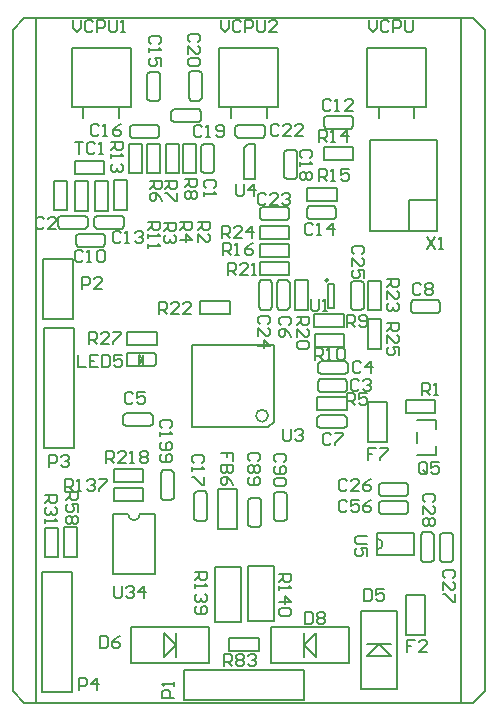
<source format=gto>
%FSLAX25Y25*%
%MOIN*%
G70*
G01*
G75*
%ADD10C,0.01200*%
%ADD11C,0.00800*%
%ADD12C,0.01500*%
%ADD13C,0.02000*%
%ADD14C,0.04000*%
%ADD15C,0.01000*%
%ADD16R,0.03347X0.02756*%
%ADD17R,0.02756X0.03347*%
%ADD18O,0.05500X0.02500*%
%ADD19R,0.05500X0.02500*%
%ADD20R,0.07874X0.07874*%
%ADD21R,0.07087X0.03937*%
%ADD22R,0.05118X0.03937*%
%ADD23R,0.07874X0.07874*%
%ADD24O,0.01969X0.03543*%
%ADD25O,0.01969X0.03543*%
%ADD26R,0.01969X0.03543*%
%ADD27O,0.04724X0.00984*%
%ADD28R,0.04724X0.01772*%
%ADD29O,0.04724X0.01772*%
%ADD30O,0.00984X0.04724*%
%ADD31O,0.01772X0.04724*%
%ADD32R,0.03937X0.02362*%
%ADD33R,0.04724X0.02362*%
%ADD34R,0.06299X0.07087*%
%ADD35R,0.03347X0.01575*%
%ADD36C,0.03000*%
%ADD37C,0.00500*%
%ADD38R,0.05906X0.05906*%
%ADD39C,0.05906*%
%ADD40R,0.05906X0.05906*%
%ADD41R,0.19685X0.23622*%
%ADD42C,0.02000*%
%ADD43C,0.03000*%
%ADD44C,0.00787*%
D37*
X136219Y-204900D02*
G03*
X140219Y-204900I2000J0D01*
G01*
X219338Y-216666D02*
G03*
X219338Y-213123I0J1772D01*
G01*
X182900Y-172100D02*
G03*
X182900Y-172100I-2000J0D01*
G01*
X164965Y-90481D02*
Y-82213D01*
X161422Y-81426D02*
X164178D01*
X161422Y-91268D02*
X164178D01*
X160635Y-90481D02*
Y-82213D01*
Y-90481D02*
X161422Y-91268D01*
X164178D02*
X164965Y-90481D01*
X164178Y-81426D02*
X164965Y-82213D01*
X160635D02*
X161422Y-81426D01*
X180688Y-208481D02*
Y-200213D01*
X177145Y-199426D02*
X179901D01*
X177145Y-209268D02*
X179901D01*
X176357Y-208481D02*
Y-200213D01*
Y-208481D02*
X177145Y-209268D01*
X179901D02*
X180688Y-208481D01*
X179901Y-199426D02*
X180688Y-200213D01*
X176357D02*
X177145Y-199426D01*
X158335Y-206387D02*
Y-198119D01*
X159122Y-207174D02*
X161878D01*
X159122Y-197332D02*
X161878D01*
X162665Y-206387D02*
Y-198119D01*
X161878Y-197332D02*
X162665Y-198119D01*
X158335D02*
X159122Y-197332D01*
X158335Y-206387D02*
X159122Y-207174D01*
X161878D02*
X162665Y-206387D01*
X135831Y-155565D02*
Y-151235D01*
Y-155565D02*
X144887D01*
X145674Y-154778D02*
Y-152022D01*
X135831Y-151235D02*
X144887D01*
X144887Y-155565D02*
X145674Y-154778D01*
X141245Y-154778D02*
Y-152022D01*
X139867Y-154778D02*
Y-152022D01*
X141245Y-153400D01*
X139867Y-154778D02*
X141245Y-153400D01*
X139867D02*
X141245D01*
X144887Y-151235D02*
X145674Y-152022D01*
X145774Y-148565D02*
Y-144235D01*
X135932Y-148565D02*
Y-144235D01*
Y-148565D02*
X145774D01*
X135932Y-144235D02*
X145774D01*
X228758Y-171265D02*
X238600D01*
X228758Y-166935D02*
X238600D01*
Y-171265D02*
Y-166935D01*
X228758Y-171265D02*
Y-166935D01*
X140219Y-204900D02*
X145219D01*
X131219D02*
X136219D01*
X131219Y-224900D02*
X145219D01*
Y-204900D01*
X131219Y-224900D02*
Y-204900D01*
X131431Y-196335D02*
X141274D01*
X131431Y-200665D02*
X141274D01*
X131431D02*
Y-196335D01*
X141274Y-200665D02*
Y-196335D01*
X148205Y-252437D02*
X152143Y-248500D01*
X148205Y-244563D02*
X152143Y-248500D01*
Y-252437D02*
Y-244563D01*
X148205Y-252437D02*
Y-244563D01*
X137182Y-242595D02*
X163166D01*
Y-254405D02*
Y-242595D01*
X137182Y-254405D02*
X163166D01*
X137182D02*
Y-242595D01*
X131532Y-189935D02*
X141374D01*
X131532Y-194265D02*
X141374D01*
X131532D02*
Y-189935D01*
X141374Y-194265D02*
Y-189935D01*
X165269Y-240856D02*
Y-222549D01*
X173931Y-240856D02*
Y-222549D01*
X165269D02*
X173931D01*
X165269Y-240856D02*
X173931D01*
X147135Y-199387D02*
Y-191119D01*
X147922Y-200174D02*
X150678D01*
X147922Y-190331D02*
X150678D01*
X151465Y-199387D02*
Y-191119D01*
X150678Y-190331D02*
X151465Y-191119D01*
X147135D02*
X147922Y-190331D01*
X147135Y-199387D02*
X147922Y-200174D01*
X150678D02*
X151465Y-199387D01*
X114835Y-219069D02*
Y-209226D01*
X119165Y-219069D02*
Y-209226D01*
X114835Y-219069D02*
X119165D01*
X114835Y-209226D02*
X119165D01*
X176169Y-240656D02*
Y-222349D01*
X184831Y-240656D02*
Y-222349D01*
X176169D02*
X184831D01*
X176169Y-240656D02*
X184831D01*
X194957Y-248500D02*
X198895Y-244563D01*
X194957Y-248500D02*
X198895Y-252437D01*
X194957D02*
Y-244563D01*
X198895Y-252437D02*
Y-244563D01*
X183934Y-254405D02*
X209918D01*
X183934D02*
Y-242595D01*
X209918D01*
Y-254405D02*
Y-242595D01*
X108535Y-219268D02*
Y-209426D01*
X112865Y-219268D02*
Y-209426D01*
X108535Y-219268D02*
X112865D01*
X108535Y-209426D02*
X112865D01*
X172650Y-209856D02*
Y-196470D01*
X166350Y-209856D02*
Y-196470D01*
X172650Y-197454D02*
X172650D01*
X166350Y-209856D02*
X172650D01*
X166350Y-196470D02*
X172650D01*
X169926Y-250665D02*
X179769D01*
X169926Y-246335D02*
X179769D01*
Y-250665D02*
Y-246335D01*
X169926Y-250665D02*
Y-246335D01*
X189165Y-206581D02*
Y-198313D01*
X185622Y-197526D02*
X188378D01*
X185622Y-207368D02*
X188378D01*
X184835Y-206581D02*
Y-198313D01*
Y-206581D02*
X185622Y-207368D01*
X188378D02*
X189165Y-206581D01*
X188378Y-197526D02*
X189165Y-198313D01*
X184835D02*
X185622Y-197526D01*
X219900Y-248158D02*
X223837Y-252095D01*
X215963D02*
X219900Y-248158D01*
X215963D02*
X223837D01*
X215963Y-252095D02*
X223837D01*
X213995Y-263118D02*
Y-237134D01*
X225805D01*
Y-263118D02*
Y-237134D01*
X213995Y-263118D02*
X225805D01*
X219338Y-211351D02*
X231542D01*
Y-218438D02*
Y-211351D01*
X219338Y-218438D02*
Y-211351D01*
Y-218438D02*
X231542D01*
X229050Y-231870D02*
X235350D01*
X229050Y-245256D02*
X235350D01*
X235350Y-232854D02*
X235350D01*
X229050Y-245256D02*
Y-231870D01*
X235350Y-245256D02*
Y-231870D01*
X220519Y-204865D02*
X228787D01*
X229574Y-204078D02*
Y-201322D01*
X219731Y-204078D02*
Y-201322D01*
X220519Y-200535D02*
X228787D01*
X219731Y-201322D02*
X220519Y-200535D01*
X219731Y-204078D02*
X220519Y-204865D01*
X228787D02*
X229574Y-204078D01*
X228787Y-200535D02*
X229574Y-201322D01*
X220613Y-194535D02*
X228881D01*
X219826Y-198078D02*
Y-195322D01*
X229668Y-198078D02*
Y-195322D01*
X220613Y-198865D02*
X228881D01*
X229668Y-198078D01*
X228881Y-194535D02*
X229668Y-195322D01*
X219826D02*
X220613Y-194535D01*
X219826Y-198078D02*
X220613Y-198865D01*
X238065Y-220081D02*
Y-211813D01*
X234522Y-211026D02*
X237278D01*
X234522Y-220868D02*
X237278D01*
X233735Y-220081D02*
Y-211813D01*
Y-220081D02*
X234522Y-220868D01*
X237278D02*
X238065Y-220081D01*
X237278Y-211026D02*
X238065Y-211813D01*
X233735D02*
X234522Y-211026D01*
X240235Y-220187D02*
Y-211919D01*
X241022Y-220974D02*
X243778D01*
X241022Y-211132D02*
X243778D01*
X244565Y-220187D02*
Y-211919D01*
X243778Y-211132D02*
X244565Y-211919D01*
X240235D02*
X241022Y-211132D01*
X240235Y-220187D02*
X241022Y-220974D01*
X243778D02*
X244565Y-220187D01*
X151513Y-70035D02*
X159781D01*
X150726Y-73578D02*
Y-70822D01*
X160568Y-73578D02*
Y-70822D01*
X151513Y-74365D02*
X159781D01*
X160568Y-73578D01*
X159781Y-70035D02*
X160568Y-70822D01*
X150726D02*
X151513Y-70035D01*
X150726Y-73578D02*
X151513Y-74365D01*
X202213Y-72135D02*
X210481D01*
X201426Y-75678D02*
Y-72922D01*
X211268Y-75678D02*
Y-72922D01*
X202213Y-76465D02*
X210481D01*
X211268Y-75678D01*
X210481Y-72135D02*
X211268Y-72922D01*
X201426D02*
X202213Y-72135D01*
X201426Y-75678D02*
X202213Y-76465D01*
X136435Y-91369D02*
Y-81526D01*
X140765Y-91369D02*
Y-81526D01*
X136435Y-91369D02*
X140765D01*
X136435Y-81526D02*
X140765D01*
X119619Y-115765D02*
X127887D01*
X128674Y-114978D02*
Y-112222D01*
X118832Y-114978D02*
Y-112222D01*
X119619Y-111435D02*
X127887D01*
X118832Y-112222D02*
X119619Y-111435D01*
X118832Y-114978D02*
X119619Y-115765D01*
X127887D02*
X128674Y-114978D01*
X127887Y-111435D02*
X128674Y-112222D01*
X125819Y-109765D02*
X134087D01*
X134874Y-108978D02*
Y-106222D01*
X125031Y-108978D02*
Y-106222D01*
X125819Y-105435D02*
X134087D01*
X125031Y-106222D02*
X125819Y-105435D01*
X125031Y-108978D02*
X125819Y-109765D01*
X134087D02*
X134874Y-108978D01*
X134087Y-105435D02*
X134874Y-106222D01*
X157404Y-176021D02*
X182994D01*
X182994D02*
X184963Y-174053D01*
X184963Y-174053D02*
Y-148462D01*
X157404D02*
X184963D01*
X157404Y-176021D02*
Y-148462D01*
X160226Y-138265D02*
X170069D01*
X160226Y-133935D02*
X170069D01*
Y-138265D02*
Y-133935D01*
X160226Y-138265D02*
Y-133935D01*
X199326Y-170265D02*
X209169D01*
X199326Y-165935D02*
X209169D01*
Y-170265D02*
Y-165935D01*
X199326Y-170265D02*
Y-165935D01*
X200213Y-160035D02*
X208481D01*
X199426Y-163578D02*
Y-160822D01*
X209268Y-163578D02*
Y-160822D01*
X200213Y-164365D02*
X208481D01*
X209268Y-163578D01*
X208481Y-160035D02*
X209268Y-160822D01*
X199426D02*
X200213Y-160035D01*
X199426Y-163578D02*
X200213Y-164365D01*
X192665Y-92481D02*
Y-84213D01*
X189122Y-83426D02*
X191878D01*
X189122Y-93269D02*
X191878D01*
X188335Y-92481D02*
Y-84213D01*
Y-92481D02*
X189122Y-93269D01*
X191878D02*
X192665Y-92481D01*
X191878Y-83426D02*
X192665Y-84213D01*
X188335D02*
X189122Y-83426D01*
X135419Y-175665D02*
X143687D01*
X144474Y-174878D02*
Y-172122D01*
X134632Y-174878D02*
Y-172122D01*
X135419Y-171335D02*
X143687D01*
X134632Y-172122D02*
X135419Y-171335D01*
X134632Y-174878D02*
X135419Y-175665D01*
X143687D02*
X144474Y-174878D01*
X143687Y-171335D02*
X144474Y-172122D01*
X200413Y-154035D02*
X208681D01*
X199626Y-157578D02*
Y-154822D01*
X209469Y-157578D02*
Y-154822D01*
X200413Y-158365D02*
X208681D01*
X209469Y-157578D01*
X208681Y-154035D02*
X209469Y-154822D01*
X199626D02*
X200413Y-154035D01*
X199626Y-157578D02*
X200413Y-158365D01*
X200113Y-171935D02*
X208381D01*
X199326Y-175478D02*
Y-172722D01*
X209169Y-175478D02*
Y-172722D01*
X200113Y-176265D02*
X208381D01*
X209169Y-175478D01*
X208381Y-171935D02*
X209169Y-172722D01*
X199326D02*
X200113Y-171935D01*
X199326Y-175478D02*
X200113Y-176265D01*
X238968Y-185242D02*
Y-182290D01*
Y-176384D02*
Y-173432D01*
X232668Y-181109D02*
Y-177565D01*
Y-185242D02*
X238968D01*
X232668Y-173432D02*
X238968D01*
X235558Y-69081D02*
Y-49396D01*
X231621Y-73018D02*
Y-69081D01*
X219810Y-73018D02*
Y-69081D01*
X215873D02*
Y-49396D01*
X186346Y-69081D02*
Y-49396D01*
X182409Y-73018D02*
Y-69081D01*
X170598Y-73018D02*
Y-69081D01*
X166661D02*
Y-49396D01*
X117448D02*
X137133D01*
X166661D02*
X186346D01*
X215873D02*
X235558D01*
X137133Y-69081D02*
Y-49396D01*
X133196Y-73018D02*
Y-69081D01*
X215873D02*
X235558D01*
X166661D02*
X186346D01*
X121385Y-73018D02*
Y-69081D01*
X117448D02*
Y-49396D01*
Y-69081D02*
X137133D01*
X247369Y-267900D02*
Y-39553D01*
X105637Y-267900D02*
Y-39553D01*
X195826Y-105878D02*
X196613Y-106665D01*
X195826Y-103122D02*
X196613Y-102335D01*
X204881D02*
X205668Y-103122D01*
X204881Y-106665D02*
X205668Y-105878D01*
X196613Y-106665D02*
X204881D01*
X205668Y-105878D02*
Y-103122D01*
X195826Y-105878D02*
Y-103122D01*
X196613Y-102335D02*
X204881D01*
X142635Y-58213D02*
X143422Y-57426D01*
X146178D02*
X146965Y-58213D01*
X146178Y-67269D02*
X146965Y-66481D01*
X142635D02*
X143422Y-67269D01*
X142635Y-66481D02*
Y-58213D01*
X143422Y-67269D02*
X146178D01*
X143422Y-57426D02*
X146178D01*
X146965Y-66481D02*
Y-58213D01*
X198426Y-149065D02*
X208268D01*
X198426Y-144735D02*
X208268D01*
Y-149065D02*
Y-144735D01*
X198426Y-149065D02*
Y-144735D01*
X216250Y-180830D02*
Y-167444D01*
X222550Y-180830D02*
Y-167444D01*
X216250Y-179846D02*
X216250D01*
X216250Y-167444D02*
X222550D01*
X216250Y-180830D02*
X222550D01*
X136826Y-78778D02*
X137613Y-79565D01*
X136826Y-76022D02*
X137613Y-75235D01*
X145881D02*
X146669Y-76022D01*
X145881Y-79565D02*
X146669Y-78778D01*
X137613Y-79565D02*
X145881D01*
X146669Y-78778D02*
Y-76022D01*
X136826Y-78778D02*
Y-76022D01*
X137613Y-75235D02*
X145881D01*
X112926Y-108978D02*
X113713Y-109765D01*
X112926Y-106222D02*
X113713Y-105435D01*
X121981D02*
X122768Y-106222D01*
X121981Y-109765D02*
X122768Y-108978D01*
X113713Y-109765D02*
X121981D01*
X122768Y-108978D02*
Y-106222D01*
X112926Y-108978D02*
Y-106222D01*
X113713Y-105435D02*
X121981D01*
X189378Y-136774D02*
X190165Y-135987D01*
X185835D02*
X186622Y-136774D01*
X185835Y-127719D02*
X186622Y-126932D01*
X189378D02*
X190165Y-127719D01*
Y-135987D02*
Y-127719D01*
X186622Y-126932D02*
X189378D01*
X186622Y-136774D02*
X189378D01*
X185835Y-135987D02*
Y-127719D01*
X239487Y-133635D02*
X240274Y-134422D01*
X239487Y-137965D02*
X240274Y-137178D01*
X230432D02*
X231219Y-137965D01*
X230432Y-134422D02*
X231219Y-133635D01*
X239487D01*
X230432Y-137178D02*
Y-134422D01*
X240274Y-137178D02*
Y-134422D01*
X231219Y-137965D02*
X239487D01*
X159978Y-67074D02*
X160765Y-66287D01*
X156435D02*
X157222Y-67074D01*
X156435Y-58019D02*
X157222Y-57231D01*
X159978D02*
X160765Y-58019D01*
Y-66287D02*
Y-58019D01*
X157222Y-57231D02*
X159978D01*
X157222Y-67074D02*
X159978D01*
X156435Y-66287D02*
Y-58019D01*
X181087Y-75135D02*
X181874Y-75922D01*
X181087Y-79465D02*
X181874Y-78678D01*
X172031D02*
X172819Y-79465D01*
X172031Y-75922D02*
X172819Y-75135D01*
X181087D01*
X172031Y-78678D02*
Y-75922D01*
X181874Y-78678D02*
Y-75922D01*
X172819Y-79465D02*
X181087D01*
X180126Y-106078D02*
X180913Y-106865D01*
X180126Y-103322D02*
X180913Y-102535D01*
X189181D02*
X189969Y-103322D01*
X189181Y-106865D02*
X189969Y-106078D01*
X180913Y-106865D02*
X189181D01*
X189969Y-106078D02*
Y-103322D01*
X180126Y-106078D02*
Y-103322D01*
X180913Y-102535D02*
X189181D01*
X179935Y-127713D02*
X180722Y-126926D01*
X183478D02*
X184265Y-127713D01*
X183478Y-136768D02*
X184265Y-135981D01*
X179935D02*
X180722Y-136768D01*
X179935Y-135981D02*
Y-127713D01*
X180722Y-136768D02*
X183478D01*
X180722Y-126926D02*
X183478D01*
X184265Y-135981D02*
Y-127713D01*
X210435Y-127913D02*
X211222Y-127126D01*
X213978D02*
X214765Y-127913D01*
X213978Y-136969D02*
X214765Y-136181D01*
X210435D02*
X211222Y-136969D01*
X210435Y-136181D02*
Y-127913D01*
X211222Y-136969D02*
X213978D01*
X211222Y-127126D02*
X213978D01*
X214765Y-136181D02*
Y-127913D01*
X115965Y-103674D02*
Y-93831D01*
X111635Y-103674D02*
Y-93831D01*
X115965D01*
X111635Y-103674D02*
X115965D01*
X201426Y-86865D02*
X211268D01*
X201426Y-82535D02*
X211268D01*
Y-86865D02*
Y-82535D01*
X201426Y-86865D02*
Y-82535D01*
X195926Y-100565D02*
X205768D01*
X195926Y-96235D02*
X205768D01*
Y-100565D02*
Y-96235D01*
X195926Y-100565D02*
Y-96235D01*
X180126Y-119265D02*
X189969D01*
X180126Y-114935D02*
X189969D01*
Y-119265D02*
Y-114935D01*
X180126Y-119265D02*
Y-114935D01*
X135865Y-103374D02*
Y-93532D01*
X131535Y-103374D02*
Y-93532D01*
X135865D01*
X131535Y-103374D02*
X135865D01*
X125135Y-103769D02*
Y-93926D01*
X129465Y-103769D02*
Y-93926D01*
X125135Y-103769D02*
X129465D01*
X125135Y-93926D02*
X129465D01*
X118532Y-87335D02*
X128374D01*
X118532Y-91665D02*
X128374D01*
X118532D02*
Y-87335D01*
X128374Y-91665D02*
Y-87335D01*
X118435Y-103868D02*
Y-94026D01*
X122765Y-103868D02*
Y-94026D01*
X118435Y-103868D02*
X122765D01*
X118435Y-94026D02*
X122765D01*
X216335Y-149768D02*
Y-139926D01*
X220665Y-149768D02*
Y-139926D01*
X216335Y-149768D02*
X220665D01*
X216335Y-139926D02*
X220665D01*
X180126Y-113065D02*
X189969D01*
X180126Y-108735D02*
X189969D01*
Y-113065D02*
Y-108735D01*
X180126Y-113065D02*
Y-108735D01*
X216335Y-136969D02*
Y-127126D01*
X220665Y-136969D02*
Y-127126D01*
X216335Y-136969D02*
X220665D01*
X216335Y-127126D02*
X220665D01*
X180126Y-125165D02*
X189969D01*
X180126Y-120835D02*
X189969D01*
Y-125165D02*
Y-120835D01*
X180126Y-125165D02*
Y-120835D01*
X191735Y-136768D02*
Y-126926D01*
X196065Y-136768D02*
Y-126926D01*
X191735Y-136768D02*
X196065D01*
X191735Y-126926D02*
X196065D01*
X198326Y-142665D02*
X208169D01*
X198326Y-138335D02*
X208169D01*
Y-142665D02*
Y-138335D01*
X198326Y-142665D02*
Y-138335D01*
X142535Y-91369D02*
Y-81526D01*
X146865Y-91369D02*
Y-81526D01*
X142535Y-91369D02*
X146865D01*
X142535Y-81526D02*
X146865D01*
X148735Y-91268D02*
Y-81426D01*
X153065Y-91268D02*
Y-81426D01*
X148735Y-91268D02*
X153065D01*
X148735Y-81426D02*
X153065D01*
X154635Y-91369D02*
Y-81526D01*
X158965Y-91369D02*
Y-81526D01*
X154635Y-91369D02*
X158965D01*
X154635Y-81526D02*
X158965D01*
X176200Y-81500D02*
X178700D01*
X174800Y-82900D02*
X176200Y-81500D01*
X174800Y-93311D02*
Y-82900D01*
Y-93311D02*
X178700D01*
Y-81500D01*
X216800Y-110600D02*
Y-80300D01*
Y-110600D02*
X239200D01*
X216800Y-80300D02*
X239200D01*
Y-110600D02*
Y-80300D01*
X229900Y-110600D02*
Y-100200D01*
X239000D01*
X199900Y-93800D02*
Y-89801D01*
X201899D01*
X202566Y-90468D01*
Y-91801D01*
X201899Y-92467D01*
X199900D01*
X201233D02*
X202566Y-93800D01*
X203899D02*
X205232D01*
X204565D01*
Y-89801D01*
X203899Y-90468D01*
X209897Y-89801D02*
X207231D01*
Y-91801D01*
X208564Y-91134D01*
X209230D01*
X209897Y-91801D01*
Y-93134D01*
X209230Y-93800D01*
X207897D01*
X207231Y-93134D01*
X167900Y-118700D02*
Y-114701D01*
X169899D01*
X170566Y-115368D01*
Y-116701D01*
X169899Y-117367D01*
X167900D01*
X169233D02*
X170566Y-118700D01*
X171899D02*
X173232D01*
X172565D01*
Y-114701D01*
X171899Y-115368D01*
X177897Y-114701D02*
X176564Y-115368D01*
X175231Y-116701D01*
Y-118034D01*
X175897Y-118700D01*
X177230D01*
X177897Y-118034D01*
Y-117367D01*
X177230Y-116701D01*
X175231D01*
X164832Y-96166D02*
X165499Y-95499D01*
Y-94166D01*
X164832Y-93500D01*
X162167D01*
X161500Y-94166D01*
Y-95499D01*
X162167Y-96166D01*
X161500Y-97499D02*
Y-98832D01*
Y-98165D01*
X165499D01*
X164832Y-97499D01*
X121000Y-129800D02*
Y-125801D01*
X122999D01*
X123666Y-126468D01*
Y-127801D01*
X122999Y-128467D01*
X121000D01*
X127664Y-129800D02*
X124999D01*
X127664Y-127134D01*
Y-126468D01*
X126998Y-125801D01*
X125665D01*
X124999Y-126468D01*
X123100Y-148200D02*
Y-144201D01*
X125099D01*
X125766Y-144868D01*
Y-146201D01*
X125099Y-146867D01*
X123100D01*
X124433D02*
X125766Y-148200D01*
X129764D02*
X127099D01*
X129764Y-145534D01*
Y-144868D01*
X129098Y-144201D01*
X127765D01*
X127099Y-144868D01*
X131097Y-144201D02*
X133763D01*
Y-144868D01*
X131097Y-147534D01*
Y-148200D01*
X119500Y-152001D02*
Y-156000D01*
X122166D01*
X126164Y-152001D02*
X123499D01*
Y-156000D01*
X126164D01*
X123499Y-154001D02*
X124832D01*
X127497Y-152001D02*
Y-156000D01*
X129497D01*
X130163Y-155333D01*
Y-152668D01*
X129497Y-152001D01*
X127497D01*
X134162D02*
X131496D01*
Y-154001D01*
X132829Y-153334D01*
X133495D01*
X134162Y-154001D01*
Y-155333D01*
X133495Y-156000D01*
X132163D01*
X131496Y-155333D01*
X131700Y-228801D02*
Y-232134D01*
X132367Y-232800D01*
X133699D01*
X134366Y-232134D01*
Y-228801D01*
X135699Y-229468D02*
X136365Y-228801D01*
X137698D01*
X138365Y-229468D01*
Y-230134D01*
X137698Y-230801D01*
X137032D01*
X137698D01*
X138365Y-231467D01*
Y-232134D01*
X137698Y-232800D01*
X136365D01*
X135699Y-232134D01*
X141697Y-232800D02*
Y-228801D01*
X139697Y-230801D01*
X142363D01*
X159600Y-107700D02*
X163599D01*
Y-109699D01*
X162932Y-110366D01*
X161599D01*
X160933Y-109699D01*
Y-107700D01*
Y-109033D02*
X159600Y-110366D01*
Y-114365D02*
Y-111699D01*
X162266Y-114365D01*
X162932D01*
X163599Y-113698D01*
Y-112365D01*
X162932Y-111699D01*
X215999Y-212300D02*
X212666D01*
X212000Y-212966D01*
Y-214299D01*
X212666Y-214966D01*
X215999D01*
Y-218965D02*
Y-216299D01*
X213999D01*
X214666Y-217632D01*
Y-218298D01*
X213999Y-218965D01*
X212666D01*
X212000Y-218298D01*
Y-216965D01*
X212666Y-216299D01*
X188000Y-176701D02*
Y-180034D01*
X188666Y-180700D01*
X189999D01*
X190666Y-180034D01*
Y-176701D01*
X191999Y-177368D02*
X192665Y-176701D01*
X193998D01*
X194665Y-177368D01*
Y-178034D01*
X193998Y-178701D01*
X193332D01*
X193998D01*
X194665Y-179367D01*
Y-180034D01*
X193998Y-180700D01*
X192665D01*
X191999Y-180034D01*
X199900Y-80900D02*
Y-76901D01*
X201899D01*
X202566Y-77568D01*
Y-78901D01*
X201899Y-79567D01*
X199900D01*
X201233D02*
X202566Y-80900D01*
X203899D02*
X205232D01*
X204565D01*
Y-76901D01*
X203899Y-77568D01*
X209230Y-80900D02*
Y-76901D01*
X207231Y-78901D01*
X209897D01*
X128800Y-187800D02*
Y-183801D01*
X130799D01*
X131466Y-184468D01*
Y-185801D01*
X130799Y-186467D01*
X128800D01*
X130133D02*
X131466Y-187800D01*
X135465D02*
X132799D01*
X135465Y-185134D01*
Y-184468D01*
X134798Y-183801D01*
X133465D01*
X132799Y-184468D01*
X136797Y-187800D02*
X138130D01*
X137464D01*
Y-183801D01*
X136797Y-184468D01*
X140130D02*
X140796Y-183801D01*
X142129D01*
X142796Y-184468D01*
Y-185134D01*
X142129Y-185801D01*
X142796Y-186467D01*
Y-187134D01*
X142129Y-187800D01*
X140796D01*
X140130Y-187134D01*
Y-186467D01*
X140796Y-185801D01*
X140130Y-185134D01*
Y-184468D01*
X140796Y-185801D02*
X142129D01*
X186500Y-224900D02*
X190499D01*
Y-226899D01*
X189832Y-227566D01*
X188499D01*
X187833Y-226899D01*
Y-224900D01*
Y-226233D02*
X186500Y-227566D01*
Y-228899D02*
Y-230232D01*
Y-229565D01*
X190499D01*
X189832Y-228899D01*
X186500Y-234230D02*
X190499D01*
X188499Y-232231D01*
Y-234897D01*
X189832Y-236230D02*
X190499Y-236896D01*
Y-238229D01*
X189832Y-238896D01*
X187167D01*
X186500Y-238229D01*
Y-236896D01*
X187167Y-236230D01*
X189832D01*
X158400Y-224100D02*
X162399D01*
Y-226099D01*
X161732Y-226766D01*
X160399D01*
X159733Y-226099D01*
Y-224100D01*
Y-225433D02*
X158400Y-226766D01*
Y-228099D02*
Y-229432D01*
Y-228765D01*
X162399D01*
X161732Y-228099D01*
Y-231431D02*
X162399Y-232097D01*
Y-233430D01*
X161732Y-234097D01*
X161066D01*
X160399Y-233430D01*
Y-232764D01*
Y-233430D01*
X159733Y-234097D01*
X159066D01*
X158400Y-233430D01*
Y-232097D01*
X159066Y-231431D01*
Y-235430D02*
X158400Y-236096D01*
Y-237429D01*
X159066Y-238095D01*
X161732D01*
X162399Y-237429D01*
Y-236096D01*
X161732Y-235430D01*
X161066D01*
X160399Y-236096D01*
Y-238095D01*
X115200Y-197100D02*
Y-193101D01*
X117199D01*
X117866Y-193768D01*
Y-195101D01*
X117199Y-195767D01*
X115200D01*
X116533D02*
X117866Y-197100D01*
X119199D02*
X120532D01*
X119865D01*
Y-193101D01*
X119199Y-193768D01*
X122531D02*
X123197Y-193101D01*
X124530D01*
X125197Y-193768D01*
Y-194434D01*
X124530Y-195101D01*
X123864D01*
X124530D01*
X125197Y-195767D01*
Y-196433D01*
X124530Y-197100D01*
X123197D01*
X122531Y-196433D01*
X126530Y-193101D02*
X129195D01*
Y-193768D01*
X126530Y-196433D01*
Y-197100D01*
X168300Y-255600D02*
Y-251601D01*
X170299D01*
X170966Y-252268D01*
Y-253601D01*
X170299Y-254267D01*
X168300D01*
X169633D02*
X170966Y-255600D01*
X172299Y-252268D02*
X172965Y-251601D01*
X174298D01*
X174964Y-252268D01*
Y-252934D01*
X174298Y-253601D01*
X174964Y-254267D01*
Y-254934D01*
X174298Y-255600D01*
X172965D01*
X172299Y-254934D01*
Y-254267D01*
X172965Y-253601D01*
X172299Y-252934D01*
Y-252268D01*
X172965Y-253601D02*
X174298D01*
X176297Y-252268D02*
X176964Y-251601D01*
X178297D01*
X178963Y-252268D01*
Y-252934D01*
X178297Y-253601D01*
X177630D01*
X178297D01*
X178963Y-254267D01*
Y-254934D01*
X178297Y-255600D01*
X176964D01*
X176297Y-254934D01*
X115700Y-197600D02*
X119699D01*
Y-199599D01*
X119032Y-200266D01*
X117699D01*
X117033Y-199599D01*
Y-197600D01*
Y-198933D02*
X115700Y-200266D01*
X119699Y-204264D02*
Y-201599D01*
X117699D01*
X118366Y-202932D01*
Y-203598D01*
X117699Y-204264D01*
X116367D01*
X115700Y-203598D01*
Y-202265D01*
X116367Y-201599D01*
X119032Y-205597D02*
X119699Y-206264D01*
Y-207597D01*
X119032Y-208263D01*
X118366D01*
X117699Y-207597D01*
X117033Y-208263D01*
X116367D01*
X115700Y-207597D01*
Y-206264D01*
X116367Y-205597D01*
X117033D01*
X117699Y-206264D01*
X118366Y-205597D01*
X119032D01*
X117699Y-206264D02*
Y-207597D01*
X108700Y-198500D02*
X112699D01*
Y-200499D01*
X112032Y-201166D01*
X110699D01*
X110033Y-200499D01*
Y-198500D01*
Y-199833D02*
X108700Y-201166D01*
X112032Y-202499D02*
X112699Y-203165D01*
Y-204498D01*
X112032Y-205165D01*
X111366D01*
X110699Y-204498D01*
Y-203832D01*
Y-204498D01*
X110033Y-205165D01*
X109367D01*
X108700Y-204498D01*
Y-203165D01*
X109367Y-202499D01*
X108700Y-206497D02*
Y-207830D01*
Y-207164D01*
X112699D01*
X112032Y-206497D01*
X146400Y-138300D02*
Y-134301D01*
X148399D01*
X149066Y-134968D01*
Y-136301D01*
X148399Y-136967D01*
X146400D01*
X147733D02*
X149066Y-138300D01*
X153065D02*
X150399D01*
X153065Y-135634D01*
Y-134968D01*
X152398Y-134301D01*
X151065D01*
X150399Y-134968D01*
X157063Y-138300D02*
X154397D01*
X157063Y-135634D01*
Y-134968D01*
X156397Y-134301D01*
X155064D01*
X154397Y-134968D01*
X159498Y-47566D02*
X160164Y-46899D01*
Y-45566D01*
X159498Y-44900D01*
X156832D01*
X156165Y-45566D01*
Y-46899D01*
X156832Y-47566D01*
X156165Y-51565D02*
Y-48899D01*
X158831Y-51565D01*
X159498D01*
X160164Y-50898D01*
Y-49565D01*
X159498Y-48899D01*
Y-52897D02*
X160164Y-53564D01*
Y-54897D01*
X159498Y-55563D01*
X156832D01*
X156165Y-54897D01*
Y-53564D01*
X156832Y-52897D01*
X159498D01*
X130400Y-81000D02*
X134399D01*
Y-82999D01*
X133732Y-83666D01*
X132399D01*
X131733Y-82999D01*
Y-81000D01*
Y-82333D02*
X130400Y-83666D01*
Y-84999D02*
Y-86332D01*
Y-85665D01*
X134399D01*
X133732Y-84999D01*
Y-88331D02*
X134399Y-88997D01*
Y-90330D01*
X133732Y-90997D01*
X133066D01*
X132399Y-90330D01*
Y-89664D01*
Y-90330D01*
X131733Y-90997D01*
X131067D01*
X130400Y-90330D01*
Y-88997D01*
X131067Y-88331D01*
X142800Y-107700D02*
X146799D01*
Y-109699D01*
X146132Y-110366D01*
X144799D01*
X144133Y-109699D01*
Y-107700D01*
Y-109033D02*
X142800Y-110366D01*
Y-111699D02*
Y-113032D01*
Y-112365D01*
X146799D01*
X146132Y-111699D01*
X142800Y-115031D02*
Y-116364D01*
Y-115697D01*
X146799D01*
X146132Y-115031D01*
X209169Y-168700D02*
Y-164701D01*
X211168D01*
X211834Y-165368D01*
Y-166701D01*
X211168Y-167367D01*
X209169D01*
X210501D02*
X211834Y-168700D01*
X215833Y-164701D02*
X213167D01*
Y-166701D01*
X214500Y-166034D01*
X215167D01*
X215833Y-166701D01*
Y-168034D01*
X215167Y-168700D01*
X213834D01*
X213167Y-168034D01*
X233766Y-128568D02*
X233099Y-127901D01*
X231766D01*
X231100Y-128568D01*
Y-131234D01*
X231766Y-131900D01*
X233099D01*
X233766Y-131234D01*
X235099Y-128568D02*
X235765Y-127901D01*
X237098D01*
X237765Y-128568D01*
Y-129234D01*
X237098Y-129901D01*
X237765Y-130567D01*
Y-131234D01*
X237098Y-131900D01*
X235765D01*
X235099Y-131234D01*
Y-130567D01*
X235765Y-129901D01*
X235099Y-129234D01*
Y-128568D01*
X235765Y-129901D02*
X237098D01*
X189732Y-141966D02*
X190399Y-141299D01*
Y-139966D01*
X189732Y-139300D01*
X187066D01*
X186400Y-139966D01*
Y-141299D01*
X187066Y-141966D01*
X190399Y-145965D02*
X189732Y-144632D01*
X188399Y-143299D01*
X187066D01*
X186400Y-143965D01*
Y-145298D01*
X187066Y-145965D01*
X187733D01*
X188399Y-145298D01*
Y-143299D01*
X234100Y-165200D02*
Y-161201D01*
X236099D01*
X236766Y-161868D01*
Y-163201D01*
X236099Y-163867D01*
X234100D01*
X235433D02*
X236766Y-165200D01*
X238099D02*
X239432D01*
X238765D01*
Y-161201D01*
X238099Y-161868D01*
X235834Y-190833D02*
Y-188168D01*
X235168Y-187501D01*
X233835D01*
X233169Y-188168D01*
Y-190833D01*
X233835Y-191500D01*
X235168D01*
X234501Y-190167D02*
X235834Y-191500D01*
X235168D02*
X235834Y-190833D01*
X239833Y-187501D02*
X237167D01*
Y-189501D01*
X238500Y-188834D01*
X239167D01*
X239833Y-189501D01*
Y-190833D01*
X239167Y-191500D01*
X237834D01*
X237167Y-190833D01*
X110000Y-189200D02*
Y-185201D01*
X111999D01*
X112666Y-185868D01*
Y-187201D01*
X111999Y-187867D01*
X110000D01*
X113999Y-185868D02*
X114665Y-185201D01*
X115998D01*
X116665Y-185868D01*
Y-186534D01*
X115998Y-187201D01*
X115332D01*
X115998D01*
X116665Y-187867D01*
Y-188533D01*
X115998Y-189200D01*
X114665D01*
X113999Y-188533D01*
X151650Y-266350D02*
X147651D01*
Y-264351D01*
X148318Y-263684D01*
X149651D01*
X150317Y-264351D01*
Y-266350D01*
X151650Y-262351D02*
Y-261018D01*
Y-261685D01*
X147651D01*
X148318Y-262351D01*
X171199Y-187366D02*
Y-184700D01*
X169199D01*
Y-186033D01*
Y-184700D01*
X167200D01*
X171199Y-188699D02*
X167200D01*
Y-190698D01*
X167867Y-191365D01*
X168533D01*
X169199Y-190698D01*
Y-188699D01*
Y-190698D01*
X169866Y-191365D01*
X170532D01*
X171199Y-190698D01*
Y-188699D01*
Y-195363D02*
X170532Y-194030D01*
X169199Y-192697D01*
X167867D01*
X167200Y-193364D01*
Y-194697D01*
X167867Y-195363D01*
X168533D01*
X169199Y-194697D01*
Y-192697D01*
X218766Y-183001D02*
X216100D01*
Y-185001D01*
X217433D01*
X216100D01*
Y-187000D01*
X220099Y-183001D02*
X222764D01*
Y-183668D01*
X220099Y-186334D01*
Y-187000D01*
X231966Y-247001D02*
X229300D01*
Y-249001D01*
X230633D01*
X229300D01*
Y-251000D01*
X235964D02*
X233299D01*
X235964Y-248334D01*
Y-247668D01*
X235298Y-247001D01*
X233965D01*
X233299Y-247668D01*
X195100Y-237401D02*
Y-241400D01*
X197099D01*
X197766Y-240734D01*
Y-238068D01*
X197099Y-237401D01*
X195100D01*
X199099Y-238068D02*
X199765Y-237401D01*
X201098D01*
X201764Y-238068D01*
Y-238734D01*
X201098Y-239401D01*
X201764Y-240067D01*
Y-240734D01*
X201098Y-241400D01*
X199765D01*
X199099Y-240734D01*
Y-240067D01*
X199765Y-239401D01*
X199099Y-238734D01*
Y-238068D01*
X199765Y-239401D02*
X201098D01*
X126900Y-245501D02*
Y-249500D01*
X128899D01*
X129566Y-248834D01*
Y-246168D01*
X128899Y-245501D01*
X126900D01*
X133564D02*
X132232Y-246168D01*
X130899Y-247501D01*
Y-248834D01*
X131565Y-249500D01*
X132898D01*
X133564Y-248834D01*
Y-248167D01*
X132898Y-247501D01*
X130899D01*
X214750Y-229851D02*
Y-233850D01*
X216749D01*
X217416Y-233184D01*
Y-230518D01*
X216749Y-229851D01*
X214750D01*
X221414D02*
X218749D01*
Y-231851D01*
X220082Y-231184D01*
X220748D01*
X221414Y-231851D01*
Y-233184D01*
X220748Y-233850D01*
X219415D01*
X218749Y-233184D01*
X150332Y-176266D02*
X150999Y-175599D01*
Y-174267D01*
X150332Y-173600D01*
X147667D01*
X147000Y-174267D01*
Y-175599D01*
X147667Y-176266D01*
X147000Y-177599D02*
Y-178932D01*
Y-178265D01*
X150999D01*
X150332Y-177599D01*
X147667Y-180931D02*
X147000Y-181597D01*
Y-182930D01*
X147667Y-183597D01*
X150332D01*
X150999Y-182930D01*
Y-181597D01*
X150332Y-180931D01*
X149666D01*
X148999Y-181597D01*
Y-183597D01*
X147667Y-184930D02*
X147000Y-185596D01*
Y-186929D01*
X147667Y-187595D01*
X150332D01*
X150999Y-186929D01*
Y-185596D01*
X150332Y-184930D01*
X149666D01*
X148999Y-185596D01*
Y-187595D01*
X188232Y-187466D02*
X188899Y-186799D01*
Y-185467D01*
X188232Y-184800D01*
X185566D01*
X184900Y-185467D01*
Y-186799D01*
X185566Y-187466D01*
Y-188799D02*
X184900Y-189465D01*
Y-190798D01*
X185566Y-191464D01*
X188232D01*
X188899Y-190798D01*
Y-189465D01*
X188232Y-188799D01*
X187566D01*
X186899Y-189465D01*
Y-191464D01*
X188232Y-192797D02*
X188899Y-193464D01*
Y-194797D01*
X188232Y-195463D01*
X185566D01*
X184900Y-194797D01*
Y-193464D01*
X185566Y-192797D01*
X188232D01*
X179432Y-187366D02*
X180099Y-186699D01*
Y-185366D01*
X179432Y-184700D01*
X176767D01*
X176100Y-185366D01*
Y-186699D01*
X176767Y-187366D01*
X179432Y-188699D02*
X180099Y-189365D01*
Y-190698D01*
X179432Y-191365D01*
X178766D01*
X178099Y-190698D01*
X177433Y-191365D01*
X176767D01*
X176100Y-190698D01*
Y-189365D01*
X176767Y-188699D01*
X177433D01*
X178099Y-189365D01*
X178766Y-188699D01*
X179432D01*
X178099Y-189365D02*
Y-190698D01*
X176767Y-192697D02*
X176100Y-193364D01*
Y-194697D01*
X176767Y-195363D01*
X179432D01*
X180099Y-194697D01*
Y-193364D01*
X179432Y-192697D01*
X178766D01*
X178099Y-193364D01*
Y-195363D01*
X209166Y-200868D02*
X208499Y-200201D01*
X207166D01*
X206500Y-200868D01*
Y-203534D01*
X207166Y-204200D01*
X208499D01*
X209166Y-203534D01*
X213164Y-200201D02*
X210499D01*
Y-202201D01*
X211832Y-201534D01*
X212498D01*
X213164Y-202201D01*
Y-203534D01*
X212498Y-204200D01*
X211165D01*
X210499Y-203534D01*
X217163Y-200201D02*
X215830Y-200868D01*
X214497Y-202201D01*
Y-203534D01*
X215164Y-204200D01*
X216497D01*
X217163Y-203534D01*
Y-202867D01*
X216497Y-202201D01*
X214497D01*
X237732Y-200866D02*
X238399Y-200199D01*
Y-198866D01*
X237732Y-198200D01*
X235066D01*
X234400Y-198866D01*
Y-200199D01*
X235066Y-200866D01*
X234400Y-204865D02*
Y-202199D01*
X237066Y-204865D01*
X237732D01*
X238399Y-204198D01*
Y-202865D01*
X237732Y-202199D01*
Y-206197D02*
X238399Y-206864D01*
Y-208197D01*
X237732Y-208863D01*
X237066D01*
X236399Y-208197D01*
X235733Y-208863D01*
X235066D01*
X234400Y-208197D01*
Y-206864D01*
X235066Y-206197D01*
X235733D01*
X236399Y-206864D01*
X237066Y-206197D01*
X237732D01*
X236399Y-206864D02*
Y-208197D01*
X244632Y-226266D02*
X245299Y-225599D01*
Y-224266D01*
X244632Y-223600D01*
X241966D01*
X241300Y-224266D01*
Y-225599D01*
X241966Y-226266D01*
X241300Y-230264D02*
Y-227599D01*
X243966Y-230264D01*
X244632D01*
X245299Y-229598D01*
Y-228265D01*
X244632Y-227599D01*
X245299Y-231597D02*
Y-234263D01*
X244632D01*
X241966Y-231597D01*
X241300D01*
X209166Y-193968D02*
X208499Y-193301D01*
X207166D01*
X206500Y-193968D01*
Y-196634D01*
X207166Y-197300D01*
X208499D01*
X209166Y-196634D01*
X213164Y-197300D02*
X210499D01*
X213164Y-194634D01*
Y-193968D01*
X212498Y-193301D01*
X211165D01*
X210499Y-193968D01*
X217163Y-193301D02*
X215830Y-193968D01*
X214497Y-195301D01*
Y-196634D01*
X215164Y-197300D01*
X216497D01*
X217163Y-196634D01*
Y-195967D01*
X216497Y-195301D01*
X214497D01*
X160732Y-187966D02*
X161399Y-187299D01*
Y-185967D01*
X160732Y-185300D01*
X158066D01*
X157400Y-185967D01*
Y-187299D01*
X158066Y-187966D01*
X157400Y-189299D02*
Y-190632D01*
Y-189965D01*
X161399D01*
X160732Y-189299D01*
X161399Y-192631D02*
Y-195297D01*
X160732D01*
X158066Y-192631D01*
X157400D01*
X133966Y-111268D02*
X133299Y-110601D01*
X131966D01*
X131300Y-111268D01*
Y-113934D01*
X131966Y-114600D01*
X133299D01*
X133966Y-113934D01*
X135299Y-114600D02*
X136632D01*
X135965D01*
Y-110601D01*
X135299Y-111268D01*
X138631D02*
X139297Y-110601D01*
X140630D01*
X141297Y-111268D01*
Y-111934D01*
X140630Y-112601D01*
X139964D01*
X140630D01*
X141297Y-113267D01*
Y-113934D01*
X140630Y-114600D01*
X139297D01*
X138631Y-113934D01*
X203866Y-67068D02*
X203199Y-66401D01*
X201867D01*
X201200Y-67068D01*
Y-69734D01*
X201867Y-70400D01*
X203199D01*
X203866Y-69734D01*
X205199Y-70400D02*
X206532D01*
X205865D01*
Y-66401D01*
X205199Y-67068D01*
X211197Y-70400D02*
X208531D01*
X211197Y-67734D01*
Y-67068D01*
X210530Y-66401D01*
X209197D01*
X208531Y-67068D01*
X121266Y-117568D02*
X120599Y-116901D01*
X119266D01*
X118600Y-117568D01*
Y-120234D01*
X119266Y-120900D01*
X120599D01*
X121266Y-120234D01*
X122599Y-120900D02*
X123932D01*
X123265D01*
Y-116901D01*
X122599Y-117568D01*
X125931D02*
X126597Y-116901D01*
X127930D01*
X128597Y-117568D01*
Y-120234D01*
X127930Y-120900D01*
X126597D01*
X125931Y-120234D01*
Y-117568D01*
X108303Y-106468D02*
X107636Y-105801D01*
X106304D01*
X105637Y-106468D01*
Y-109134D01*
X106304Y-109800D01*
X107636D01*
X108303Y-109134D01*
X112302Y-109800D02*
X109636D01*
X112302Y-107134D01*
Y-106468D01*
X111635Y-105801D01*
X110302D01*
X109636Y-106468D01*
X160766Y-75968D02*
X160099Y-75301D01*
X158766D01*
X158100Y-75968D01*
Y-78634D01*
X158766Y-79300D01*
X160099D01*
X160766Y-78634D01*
X162099Y-79300D02*
X163432D01*
X162765D01*
Y-75301D01*
X162099Y-75968D01*
X165431Y-78634D02*
X166097Y-79300D01*
X167430D01*
X168097Y-78634D01*
Y-75968D01*
X167430Y-75301D01*
X166097D01*
X165431Y-75968D01*
Y-76634D01*
X166097Y-77301D01*
X168097D01*
X203766Y-178568D02*
X203099Y-177901D01*
X201766D01*
X201100Y-178568D01*
Y-181234D01*
X201766Y-181900D01*
X203099D01*
X203766Y-181234D01*
X205099Y-177901D02*
X207765D01*
Y-178568D01*
X205099Y-181234D01*
Y-181900D01*
X197032Y-86366D02*
X197699Y-85699D01*
Y-84366D01*
X197032Y-83700D01*
X194367D01*
X193700Y-84366D01*
Y-85699D01*
X194367Y-86366D01*
X193700Y-87699D02*
Y-89032D01*
Y-88365D01*
X197699D01*
X197032Y-87699D01*
Y-91031D02*
X197699Y-91697D01*
Y-93030D01*
X197032Y-93697D01*
X196366D01*
X195699Y-93030D01*
X195033Y-93697D01*
X194367D01*
X193700Y-93030D01*
Y-91697D01*
X194367Y-91031D01*
X195033D01*
X195699Y-91697D01*
X196366Y-91031D01*
X197032D01*
X195699Y-91697D02*
Y-93030D01*
X138016Y-164718D02*
X137349Y-164051D01*
X136016D01*
X135350Y-164718D01*
Y-167384D01*
X136016Y-168050D01*
X137349D01*
X138016Y-167384D01*
X142015Y-164051D02*
X139349D01*
Y-166051D01*
X140682Y-165384D01*
X141348D01*
X142015Y-166051D01*
Y-167384D01*
X141348Y-168050D01*
X140015D01*
X139349Y-167384D01*
X213966Y-154468D02*
X213299Y-153801D01*
X211966D01*
X211300Y-154468D01*
Y-157133D01*
X211966Y-157800D01*
X213299D01*
X213966Y-157133D01*
X217298Y-157800D02*
Y-153801D01*
X215299Y-155801D01*
X217965D01*
X213066Y-160668D02*
X212399Y-160001D01*
X211066D01*
X210400Y-160668D01*
Y-163333D01*
X211066Y-164000D01*
X212399D01*
X213066Y-163333D01*
X214399Y-160668D02*
X215065Y-160001D01*
X216398D01*
X217064Y-160668D01*
Y-161334D01*
X216398Y-162001D01*
X215732D01*
X216398D01*
X217064Y-162667D01*
Y-163333D01*
X216398Y-164000D01*
X215065D01*
X214399Y-163333D01*
X126466Y-75568D02*
X125799Y-74901D01*
X124467D01*
X123800Y-75568D01*
Y-78234D01*
X124467Y-78900D01*
X125799D01*
X126466Y-78234D01*
X127799Y-78900D02*
X129132D01*
X128465D01*
Y-74901D01*
X127799Y-75568D01*
X133797Y-74901D02*
X132464Y-75568D01*
X131131Y-76901D01*
Y-78234D01*
X131797Y-78900D01*
X133130D01*
X133797Y-78234D01*
Y-77567D01*
X133130Y-76901D01*
X131131D01*
X197866Y-108668D02*
X197199Y-108001D01*
X195867D01*
X195200Y-108668D01*
Y-111334D01*
X195867Y-112000D01*
X197199D01*
X197866Y-111334D01*
X199199Y-112000D02*
X200532D01*
X199865D01*
Y-108001D01*
X199199Y-108668D01*
X204530Y-112000D02*
Y-108001D01*
X202531Y-110001D01*
X205197D01*
X146432Y-48066D02*
X147099Y-47399D01*
Y-46066D01*
X146432Y-45400D01*
X143766D01*
X143100Y-46066D01*
Y-47399D01*
X143766Y-48066D01*
X143100Y-49399D02*
Y-50732D01*
Y-50065D01*
X147099D01*
X146432Y-49399D01*
X147099Y-55397D02*
Y-52731D01*
X145099D01*
X145766Y-54064D01*
Y-54730D01*
X145099Y-55397D01*
X143766D01*
X143100Y-54730D01*
Y-53397D01*
X143766Y-52731D01*
X186666Y-75668D02*
X185999Y-75001D01*
X184667D01*
X184000Y-75668D01*
Y-78334D01*
X184667Y-79000D01*
X185999D01*
X186666Y-78334D01*
X190665Y-79000D02*
X187999D01*
X190665Y-76334D01*
Y-75668D01*
X189998Y-75001D01*
X188665D01*
X187999Y-75668D01*
X194663Y-79000D02*
X191997D01*
X194663Y-76334D01*
Y-75668D01*
X193997Y-75001D01*
X192664D01*
X191997Y-75668D01*
X182366Y-98468D02*
X181699Y-97801D01*
X180367D01*
X179700Y-98468D01*
Y-101134D01*
X180367Y-101800D01*
X181699D01*
X182366Y-101134D01*
X186364Y-101800D02*
X183699D01*
X186364Y-99134D01*
Y-98468D01*
X185698Y-97801D01*
X184365D01*
X183699Y-98468D01*
X187697D02*
X188364Y-97801D01*
X189697D01*
X190363Y-98468D01*
Y-99134D01*
X189697Y-99801D01*
X189030D01*
X189697D01*
X190363Y-100467D01*
Y-101134D01*
X189697Y-101800D01*
X188364D01*
X187697Y-101134D01*
X182732Y-141397D02*
X183399Y-140731D01*
Y-139398D01*
X182732Y-138732D01*
X180067D01*
X179400Y-139398D01*
Y-140731D01*
X180067Y-141397D01*
X179400Y-145396D02*
Y-142730D01*
X182066Y-145396D01*
X182732D01*
X183399Y-144730D01*
Y-143397D01*
X182732Y-142730D01*
X179400Y-148728D02*
X183399D01*
X181399Y-146729D01*
Y-149395D01*
X214132Y-118366D02*
X214799Y-117699D01*
Y-116367D01*
X214132Y-115700D01*
X211466D01*
X210800Y-116367D01*
Y-117699D01*
X211466Y-118366D01*
X210800Y-122364D02*
Y-119699D01*
X213466Y-122364D01*
X214132D01*
X214799Y-121698D01*
Y-120365D01*
X214132Y-119699D01*
X214799Y-126363D02*
Y-123697D01*
X212799D01*
X213466Y-125030D01*
Y-125697D01*
X212799Y-126363D01*
X211466D01*
X210800Y-125697D01*
Y-124364D01*
X211466Y-123697D01*
X120000Y-263600D02*
Y-259601D01*
X121999D01*
X122666Y-260268D01*
Y-261601D01*
X121999Y-262267D01*
X120000D01*
X125998Y-263600D02*
Y-259601D01*
X123999Y-261601D01*
X126664D01*
X198600Y-153600D02*
Y-149601D01*
X200599D01*
X201266Y-150268D01*
Y-151601D01*
X200599Y-152267D01*
X198600D01*
X199933D02*
X201266Y-153600D01*
X202599D02*
X203932D01*
X203265D01*
Y-149601D01*
X202599Y-150268D01*
X205931D02*
X206597Y-149601D01*
X207930D01*
X208597Y-150268D01*
Y-152934D01*
X207930Y-153600D01*
X206597D01*
X205931Y-152934D01*
Y-150268D01*
X148100Y-107900D02*
X152099D01*
Y-109899D01*
X151432Y-110566D01*
X150099D01*
X149433Y-109899D01*
Y-107900D01*
Y-109233D02*
X148100Y-110566D01*
X151432Y-111899D02*
X152099Y-112565D01*
Y-113898D01*
X151432Y-114565D01*
X150766D01*
X150099Y-113898D01*
Y-113232D01*
Y-113898D01*
X149433Y-114565D01*
X148767D01*
X148100Y-113898D01*
Y-112565D01*
X148767Y-111899D01*
X153700Y-107600D02*
X157699D01*
Y-109599D01*
X157032Y-110266D01*
X155699D01*
X155033Y-109599D01*
Y-107600D01*
Y-108933D02*
X153700Y-110266D01*
Y-113598D02*
X157699D01*
X155699Y-111599D01*
Y-114265D01*
X143700Y-94000D02*
X147699D01*
Y-95999D01*
X147032Y-96666D01*
X145699D01*
X145033Y-95999D01*
Y-94000D01*
Y-95333D02*
X143700Y-96666D01*
X147699Y-100664D02*
X147032Y-99332D01*
X145699Y-97999D01*
X144367D01*
X143700Y-98665D01*
Y-99998D01*
X144367Y-100664D01*
X145033D01*
X145699Y-99998D01*
Y-97999D01*
X148500Y-93800D02*
X152499D01*
Y-95799D01*
X151832Y-96466D01*
X150499D01*
X149833Y-95799D01*
Y-93800D01*
Y-95133D02*
X148500Y-96466D01*
X152499Y-97799D02*
Y-100464D01*
X151832D01*
X149167Y-97799D01*
X148500D01*
X155300Y-93200D02*
X159299D01*
Y-95199D01*
X158632Y-95866D01*
X157299D01*
X156633Y-95199D01*
Y-93200D01*
Y-94533D02*
X155300Y-95866D01*
X158632Y-97199D02*
X159299Y-97865D01*
Y-99198D01*
X158632Y-99865D01*
X157966D01*
X157299Y-99198D01*
X156633Y-99865D01*
X155966D01*
X155300Y-99198D01*
Y-97865D01*
X155966Y-97199D01*
X156633D01*
X157299Y-97865D01*
X157966Y-97199D01*
X158632D01*
X157299Y-97865D02*
Y-99198D01*
X209100Y-142600D02*
Y-138601D01*
X211099D01*
X211766Y-139268D01*
Y-140601D01*
X211099Y-141267D01*
X209100D01*
X210433D02*
X211766Y-142600D01*
X213099Y-141934D02*
X213765Y-142600D01*
X215098D01*
X215764Y-141934D01*
Y-139268D01*
X215098Y-138601D01*
X213765D01*
X213099Y-139268D01*
Y-139934D01*
X213765Y-140601D01*
X215764D01*
X192500Y-139300D02*
X196499D01*
Y-141299D01*
X195832Y-141966D01*
X194499D01*
X193833Y-141299D01*
Y-139300D01*
Y-140633D02*
X192500Y-141966D01*
Y-145965D02*
Y-143299D01*
X195166Y-145965D01*
X195832D01*
X196499Y-145298D01*
Y-143965D01*
X195832Y-143299D01*
Y-147297D02*
X196499Y-147964D01*
Y-149297D01*
X195832Y-149963D01*
X193166D01*
X192500Y-149297D01*
Y-147964D01*
X193166Y-147297D01*
X195832D01*
X169500Y-125300D02*
Y-121301D01*
X171499D01*
X172166Y-121968D01*
Y-123301D01*
X171499Y-123967D01*
X169500D01*
X170833D02*
X172166Y-125300D01*
X176164D02*
X173499D01*
X176164Y-122634D01*
Y-121968D01*
X175498Y-121301D01*
X174165D01*
X173499Y-121968D01*
X177497Y-125300D02*
X178830D01*
X178164D01*
Y-121301D01*
X177497Y-121968D01*
X222400Y-126600D02*
X226399D01*
Y-128599D01*
X225732Y-129266D01*
X224399D01*
X223733Y-128599D01*
Y-126600D01*
Y-127933D02*
X222400Y-129266D01*
Y-133265D02*
Y-130599D01*
X225066Y-133265D01*
X225732D01*
X226399Y-132598D01*
Y-131265D01*
X225732Y-130599D01*
Y-134597D02*
X226399Y-135264D01*
Y-136597D01*
X225732Y-137263D01*
X225066D01*
X224399Y-136597D01*
Y-135930D01*
Y-136597D01*
X223733Y-137263D01*
X223066D01*
X222400Y-136597D01*
Y-135264D01*
X223066Y-134597D01*
X167700Y-112900D02*
Y-108901D01*
X169699D01*
X170366Y-109568D01*
Y-110901D01*
X169699Y-111567D01*
X167700D01*
X169033D02*
X170366Y-112900D01*
X174364D02*
X171699D01*
X174364Y-110234D01*
Y-109568D01*
X173698Y-108901D01*
X172365D01*
X171699Y-109568D01*
X177697Y-112900D02*
Y-108901D01*
X175697Y-110901D01*
X178363D01*
X222500Y-141100D02*
X226499D01*
Y-143099D01*
X225832Y-143766D01*
X224499D01*
X223833Y-143099D01*
Y-141100D01*
Y-142433D02*
X222500Y-143766D01*
Y-147765D02*
Y-145099D01*
X225166Y-147765D01*
X225832D01*
X226499Y-147098D01*
Y-145765D01*
X225832Y-145099D01*
X226499Y-151763D02*
Y-149097D01*
X224499D01*
X225166Y-150430D01*
Y-151097D01*
X224499Y-151763D01*
X223166D01*
X222500Y-151097D01*
Y-149764D01*
X223166Y-149097D01*
X118600Y-81001D02*
X121266D01*
X119933D01*
Y-85000D01*
X125265Y-81668D02*
X124598Y-81001D01*
X123265D01*
X122599Y-81668D01*
Y-84334D01*
X123265Y-85000D01*
X124598D01*
X125265Y-84334D01*
X126597Y-85000D02*
X127930D01*
X127264D01*
Y-81001D01*
X126597Y-81668D01*
X172300Y-94901D02*
Y-98234D01*
X172967Y-98900D01*
X174299D01*
X174966Y-98234D01*
Y-94901D01*
X178298Y-98900D02*
Y-94901D01*
X176299Y-96901D01*
X178964D01*
X118050Y-40051D02*
Y-42717D01*
X119383Y-44050D01*
X120716Y-42717D01*
Y-40051D01*
X124715Y-40718D02*
X124048Y-40051D01*
X122715D01*
X122049Y-40718D01*
Y-43384D01*
X122715Y-44050D01*
X124048D01*
X124715Y-43384D01*
X126047Y-44050D02*
Y-40051D01*
X128047D01*
X128713Y-40718D01*
Y-42051D01*
X128047Y-42717D01*
X126047D01*
X130046Y-40051D02*
Y-43384D01*
X130713Y-44050D01*
X132045D01*
X132712Y-43384D01*
Y-40051D01*
X134045Y-44050D02*
X135378D01*
X134711D01*
Y-40051D01*
X134045Y-40718D01*
X167250Y-40051D02*
Y-42717D01*
X168583Y-44050D01*
X169916Y-42717D01*
Y-40051D01*
X173915Y-40718D02*
X173248Y-40051D01*
X171915D01*
X171249Y-40718D01*
Y-43384D01*
X171915Y-44050D01*
X173248D01*
X173915Y-43384D01*
X175247Y-44050D02*
Y-40051D01*
X177247D01*
X177913Y-40718D01*
Y-42051D01*
X177247Y-42717D01*
X175247D01*
X179246Y-40051D02*
Y-43384D01*
X179913Y-44050D01*
X181246D01*
X181912Y-43384D01*
Y-40051D01*
X185911Y-44050D02*
X183245D01*
X185911Y-41384D01*
Y-40718D01*
X185244Y-40051D01*
X183911D01*
X183245Y-40718D01*
X216450Y-40051D02*
Y-42717D01*
X217783Y-44050D01*
X219116Y-42717D01*
Y-40051D01*
X223114Y-40718D02*
X222448Y-40051D01*
X221115D01*
X220449Y-40718D01*
Y-43384D01*
X221115Y-44050D01*
X222448D01*
X223114Y-43384D01*
X224447Y-44050D02*
Y-40051D01*
X226447D01*
X227113Y-40718D01*
Y-42051D01*
X226447Y-42717D01*
X224447D01*
X228446Y-40051D02*
Y-43384D01*
X229113Y-44050D01*
X230446D01*
X231112Y-43384D01*
Y-40051D01*
X235800Y-112401D02*
X238466Y-116400D01*
Y-112401D02*
X235800Y-116400D01*
X239799D02*
X241132D01*
X240465D01*
Y-112401D01*
X239799Y-113068D01*
X197100Y-133301D02*
Y-136634D01*
X197766Y-137300D01*
X199099D01*
X199766Y-136634D01*
Y-133301D01*
X201099Y-137300D02*
X202432D01*
X201765D01*
Y-133301D01*
X201099Y-133968D01*
X251306Y-267900D02*
X255243Y-263963D01*
Y-43490D01*
X251306Y-39553D02*
X255243Y-43490D01*
X101700Y-39553D02*
X133800D01*
X133196D02*
X184000D01*
X182409D02*
X233600D01*
X231621D02*
X251306D01*
X97763Y-43490D02*
X101700Y-39553D01*
X97763Y-263963D02*
Y-43490D01*
Y-263963D02*
X101700Y-267900D01*
X251306D01*
X101700D02*
X251306D01*
X97763Y-263963D02*
X101700Y-267900D01*
X97763Y-263963D02*
Y-43490D01*
X101700Y-39553D01*
X231621D02*
X251306D01*
X182409D02*
X233600D01*
X133196D02*
X184000D01*
X101700D02*
X133800D01*
X251306D02*
X255243Y-43490D01*
Y-263963D02*
Y-43490D01*
X251306Y-267900D02*
X255243Y-263963D01*
D44*
X203016Y-126985D02*
G03*
X203016Y-126985I-591J0D01*
G01*
X107900Y-139800D02*
X117900D01*
X107900D02*
Y-119800D01*
X117900D01*
Y-139800D02*
Y-119800D01*
X195000Y-267000D02*
Y-257000D01*
X155000Y-267000D02*
X195000D01*
X155000Y-257000D02*
X195000D01*
X155000Y-267000D02*
Y-257000D01*
X108300Y-182800D02*
X118300D01*
X108300D02*
Y-142800D01*
X118300Y-182800D02*
Y-142800D01*
X108300D02*
X118300D01*
X107600Y-224300D02*
X117600D01*
Y-264300D02*
Y-224300D01*
X107600Y-264300D02*
Y-224300D01*
Y-264300D02*
X117600D01*
X203016Y-128363D02*
X204984D01*
X203016Y-136237D02*
X204984D01*
X203016D02*
Y-128363D01*
X204984Y-136237D02*
Y-128363D01*
M02*

</source>
